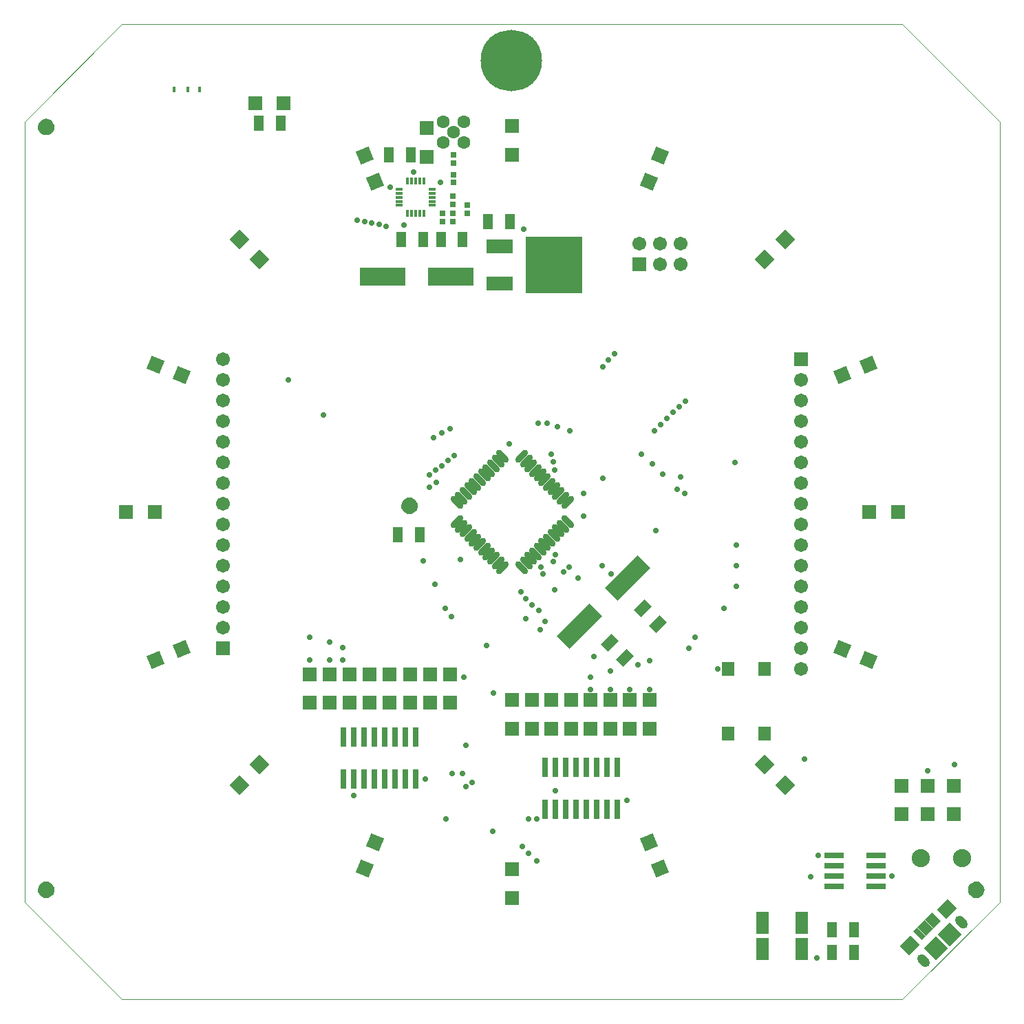
<source format=gts>
%FSAX24Y24*%
%MOIN*%
G70*
G01*
G75*
G04 Layer_Color=8388736*
G04:AMPARAMS|DCode=10|XSize=40mil|YSize=40mil|CornerRadius=20mil|HoleSize=0mil|Usage=FLASHONLY|Rotation=0.000|XOffset=0mil|YOffset=0mil|HoleType=Round|Shape=RoundedRectangle|*
%AMROUNDEDRECTD10*
21,1,0.0400,0.0000,0,0,0.0*
21,1,0.0000,0.0400,0,0,0.0*
1,1,0.0400,0.0000,0.0000*
1,1,0.0400,0.0000,0.0000*
1,1,0.0400,0.0000,0.0000*
1,1,0.0400,0.0000,0.0000*
%
%ADD10ROUNDEDRECTD10*%
%ADD11R,0.0591X0.0591*%
%ADD12R,0.0079X0.0197*%
%ADD13R,0.2165X0.0787*%
G04:AMPARAMS|DCode=14|XSize=216.5mil|YSize=78.7mil|CornerRadius=0mil|HoleSize=0mil|Usage=FLASHONLY|Rotation=225.000|XOffset=0mil|YOffset=0mil|HoleType=Round|Shape=Rectangle|*
%AMROTATEDRECTD14*
4,1,4,0.0487,0.1044,0.1044,0.0487,-0.0487,-0.1044,-0.1044,-0.0487,0.0487,0.1044,0.0*
%
%ADD14ROTATEDRECTD14*%

%ADD15R,0.2638X0.2638*%
%ADD16R,0.1181X0.0630*%
%ADD17R,0.0866X0.0236*%
%ADD18R,0.0236X0.0866*%
%ADD19R,0.0098X0.0276*%
%ADD20R,0.0276X0.0098*%
%ADD21R,0.0512X0.0610*%
%ADD22R,0.0591X0.0591*%
%ADD23R,0.0591X0.0591*%
%ADD24P,0.0835X4X67.5*%
%ADD25R,0.0512X0.0984*%
G04:AMPARAMS|DCode=26|XSize=21.7mil|YSize=68.9mil|CornerRadius=0mil|HoleSize=0mil|Usage=FLASHONLY|Rotation=45.000|XOffset=0mil|YOffset=0mil|HoleType=Round|Shape=Round|*
%AMOVALD26*
21,1,0.0472,0.0217,0.0000,0.0000,135.0*
1,1,0.0217,0.0167,-0.0167*
1,1,0.0217,-0.0167,0.0167*
%
%ADD26OVALD26*%

G04:AMPARAMS|DCode=27|XSize=21.7mil|YSize=68.9mil|CornerRadius=0mil|HoleSize=0mil|Usage=FLASHONLY|Rotation=135.000|XOffset=0mil|YOffset=0mil|HoleType=Round|Shape=Round|*
%AMOVALD27*
21,1,0.0472,0.0217,0.0000,0.0000,225.0*
1,1,0.0217,0.0167,0.0167*
1,1,0.0217,-0.0167,-0.0167*
%
%ADD27OVALD27*%

%ADD28R,0.0197X0.0236*%
G04:AMPARAMS|DCode=29|XSize=66.9mil|YSize=43.3mil|CornerRadius=0mil|HoleSize=0mil|Usage=FLASHONLY|Rotation=45.000|XOffset=0mil|YOffset=0mil|HoleType=Round|Shape=Rectangle|*
%AMROTATEDRECTD29*
4,1,4,-0.0084,-0.0390,-0.0390,-0.0084,0.0084,0.0390,0.0390,0.0084,-0.0084,-0.0390,0.0*
%
%ADD29ROTATEDRECTD29*%

%ADD30R,0.0433X0.0669*%
%ADD31P,0.0835X4X337.5*%
G04:AMPARAMS|DCode=32|XSize=15.7mil|YSize=53.2mil|CornerRadius=0mil|HoleSize=0mil|Usage=FLASHONLY|Rotation=45.000|XOffset=0mil|YOffset=0mil|HoleType=Round|Shape=Rectangle|*
%AMROTATEDRECTD32*
4,1,4,0.0132,-0.0244,-0.0244,0.0132,-0.0132,0.0244,0.0244,-0.0132,0.0132,-0.0244,0.0*
%
%ADD32ROTATEDRECTD32*%

G04:AMPARAMS|DCode=33|XSize=63mil|YSize=55.1mil|CornerRadius=0mil|HoleSize=0mil|Usage=FLASHONLY|Rotation=45.000|XOffset=0mil|YOffset=0mil|HoleType=Round|Shape=Rectangle|*
%AMROTATEDRECTD33*
4,1,4,-0.0028,-0.0418,-0.0418,-0.0028,0.0028,0.0418,0.0418,0.0028,-0.0028,-0.0418,0.0*
%
%ADD33ROTATEDRECTD33*%

%ADD34P,0.1058X4X90.0*%
%ADD35P,0.0835X4X180.0*%
%ADD36P,0.0835X4X247.5*%
%ADD37P,0.0835X4X270.0*%
%ADD38P,0.0835X4X292.5*%
%ADD39P,0.0835X4X382.5*%
%ADD40P,0.0835X4X112.5*%
%ADD41R,0.0591X0.0591*%
%ADD42P,0.0835X4X157.5*%
%ADD43P,0.0835X4X202.5*%
%ADD44C,0.0512*%
%ADD45C,0.0100*%
%ADD46C,0.0140*%
%ADD47C,0.0200*%
%ADD48C,0.0039*%
%ADD49C,0.0005*%
%ADD50C,0.0800*%
%ADD51C,0.0551*%
%ADD52C,0.0591*%
G04:AMPARAMS|DCode=53|XSize=35.4mil|YSize=63mil|CornerRadius=0mil|HoleSize=0mil|Usage=FLASHONLY|Rotation=45.000|XOffset=0mil|YOffset=0mil|HoleType=Round|Shape=Round|*
%AMOVALD53*
21,1,0.0276,0.0354,0.0000,0.0000,135.0*
1,1,0.0354,0.0097,-0.0097*
1,1,0.0354,-0.0097,0.0097*
%
%ADD53OVALD53*%

%ADD54C,0.2894*%
%ADD55C,0.0200*%
%ADD56C,0.0079*%
%ADD57C,0.0236*%
%ADD58C,0.0098*%
%ADD59C,0.0000*%
%ADD60C,0.0040*%
%ADD61C,0.0080*%
G04:AMPARAMS|DCode=62|XSize=48mil|YSize=48mil|CornerRadius=24mil|HoleSize=0mil|Usage=FLASHONLY|Rotation=0.000|XOffset=0mil|YOffset=0mil|HoleType=Round|Shape=RoundedRectangle|*
%AMROUNDEDRECTD62*
21,1,0.0480,0.0000,0,0,0.0*
21,1,0.0000,0.0480,0,0,0.0*
1,1,0.0480,0.0000,0.0000*
1,1,0.0480,0.0000,0.0000*
1,1,0.0480,0.0000,0.0000*
1,1,0.0480,0.0000,0.0000*
%
%ADD62ROUNDEDRECTD62*%
%ADD63R,0.0671X0.0671*%
%ADD64R,0.0159X0.0277*%
%ADD65R,0.2245X0.0867*%
G04:AMPARAMS|DCode=66|XSize=224.5mil|YSize=86.7mil|CornerRadius=0mil|HoleSize=0mil|Usage=FLASHONLY|Rotation=225.000|XOffset=0mil|YOffset=0mil|HoleType=Round|Shape=Rectangle|*
%AMROTATEDRECTD66*
4,1,4,0.0487,0.1101,0.1101,0.0487,-0.0487,-0.1101,-0.1101,-0.0487,0.0487,0.1101,0.0*
%
%ADD66ROTATEDRECTD66*%

%ADD67R,0.2718X0.2718*%
%ADD68R,0.1261X0.0710*%
%ADD69R,0.0946X0.0316*%
%ADD70R,0.0316X0.0946*%
%ADD71R,0.0178X0.0356*%
%ADD72R,0.0356X0.0178*%
%ADD73R,0.0592X0.0690*%
%ADD74R,0.0671X0.0671*%
%ADD75R,0.0671X0.0671*%
%ADD76P,0.0948X4X67.5*%
%ADD77R,0.0592X0.1064*%
G04:AMPARAMS|DCode=78|XSize=29.7mil|YSize=76.9mil|CornerRadius=0mil|HoleSize=0mil|Usage=FLASHONLY|Rotation=45.000|XOffset=0mil|YOffset=0mil|HoleType=Round|Shape=Round|*
%AMOVALD78*
21,1,0.0472,0.0297,0.0000,0.0000,135.0*
1,1,0.0297,0.0167,-0.0167*
1,1,0.0297,-0.0167,0.0167*
%
%ADD78OVALD78*%

G04:AMPARAMS|DCode=79|XSize=29.7mil|YSize=76.9mil|CornerRadius=0mil|HoleSize=0mil|Usage=FLASHONLY|Rotation=135.000|XOffset=0mil|YOffset=0mil|HoleType=Round|Shape=Round|*
%AMOVALD79*
21,1,0.0472,0.0297,0.0000,0.0000,225.0*
1,1,0.0297,0.0167,0.0167*
1,1,0.0297,-0.0167,-0.0167*
%
%ADD79OVALD79*%

%ADD80R,0.0277X0.0316*%
G04:AMPARAMS|DCode=81|XSize=74.9mil|YSize=51.3mil|CornerRadius=0mil|HoleSize=0mil|Usage=FLASHONLY|Rotation=45.000|XOffset=0mil|YOffset=0mil|HoleType=Round|Shape=Rectangle|*
%AMROTATEDRECTD81*
4,1,4,-0.0084,-0.0446,-0.0446,-0.0084,0.0084,0.0446,0.0446,0.0084,-0.0084,-0.0446,0.0*
%
%ADD81ROTATEDRECTD81*%

%ADD82R,0.0513X0.0749*%
%ADD83P,0.0948X4X337.5*%
G04:AMPARAMS|DCode=84|XSize=23.7mil|YSize=61.2mil|CornerRadius=0mil|HoleSize=0mil|Usage=FLASHONLY|Rotation=45.000|XOffset=0mil|YOffset=0mil|HoleType=Round|Shape=Rectangle|*
%AMROTATEDRECTD84*
4,1,4,0.0132,-0.0300,-0.0300,0.0132,-0.0132,0.0300,0.0300,-0.0132,0.0132,-0.0300,0.0*
%
%ADD84ROTATEDRECTD84*%

G04:AMPARAMS|DCode=85|XSize=71mil|YSize=63.1mil|CornerRadius=0mil|HoleSize=0mil|Usage=FLASHONLY|Rotation=45.000|XOffset=0mil|YOffset=0mil|HoleType=Round|Shape=Rectangle|*
%AMROTATEDRECTD85*
4,1,4,-0.0028,-0.0474,-0.0474,-0.0028,0.0028,0.0474,0.0474,0.0028,-0.0028,-0.0474,0.0*
%
%ADD85ROTATEDRECTD85*%

%ADD86P,0.1171X4X90.0*%
%ADD87P,0.0948X4X180.0*%
%ADD88P,0.0948X4X247.5*%
%ADD89P,0.0948X4X270.0*%
%ADD90P,0.0948X4X292.5*%
%ADD91P,0.0948X4X382.5*%
%ADD92P,0.0948X4X112.5*%
%ADD93R,0.0671X0.0671*%
%ADD94P,0.0948X4X157.5*%
%ADD95P,0.0948X4X202.5*%
%ADD96C,0.0880*%
%ADD97C,0.0631*%
%ADD98C,0.0671*%
G04:AMPARAMS|DCode=99|XSize=43.4mil|YSize=71mil|CornerRadius=0mil|HoleSize=0mil|Usage=FLASHONLY|Rotation=45.000|XOffset=0mil|YOffset=0mil|HoleType=Round|Shape=Round|*
%AMOVALD99*
21,1,0.0276,0.0434,0.0000,0.0000,135.0*
1,1,0.0434,0.0097,-0.0097*
1,1,0.0434,-0.0097,0.0097*
%
%ADD99OVALD99*%

%ADD100C,0.2974*%
%ADD101C,0.0280*%
G36*
X080954Y049980D02*
X081052Y049939D01*
X081135Y049875D01*
X081199Y049792D01*
X081240Y049694D01*
X081253Y049590D01*
X081253Y049590D01*
X081253Y049590D01*
X081240Y049489D01*
X081200Y049393D01*
X081136Y049310D01*
X081053Y049246D01*
X080957Y049207D01*
X080853Y049193D01*
X080850Y049193D01*
X080850Y049193D01*
X080850Y049193D01*
X080747Y049206D01*
X080651Y049246D01*
X080569Y049309D01*
X080506Y049391D01*
X080466Y049487D01*
X080453Y049590D01*
X080453Y049590D01*
X080453Y049590D01*
X080453Y049593D01*
X080466Y049697D01*
X080506Y049793D01*
X080570Y049876D01*
X080653Y049940D01*
X080750Y049980D01*
X080850Y049993D01*
X080850Y049993D01*
X080850Y049993D01*
X080954Y049980D01*
D02*
G37*
G36*
X035904D02*
X036002Y049939D01*
X036085Y049875D01*
X036149Y049792D01*
X036190Y049694D01*
X036203Y049590D01*
X036203Y049590D01*
X036203Y049590D01*
X036190Y049489D01*
X036150Y049393D01*
X036086Y049310D01*
X036003Y049246D01*
X035907Y049207D01*
X035803Y049193D01*
X035800Y049193D01*
X035800Y049193D01*
X035800Y049193D01*
X035697Y049206D01*
X035601Y049246D01*
X035519Y049309D01*
X035456Y049391D01*
X035416Y049487D01*
X035403Y049590D01*
X035403Y049590D01*
X035403Y049590D01*
X035403Y049593D01*
X035417Y049697D01*
X035456Y049793D01*
X035520Y049876D01*
X035603Y049940D01*
X035700Y049980D01*
X035800Y049993D01*
X035800Y049993D01*
X035800Y049993D01*
X035904Y049980D01*
D02*
G37*
G36*
Y086930D02*
X036002Y086889D01*
X036085Y086825D01*
X036149Y086742D01*
X036190Y086644D01*
X036203Y086540D01*
X036203Y086540D01*
X036203Y086540D01*
X036190Y086440D01*
X036150Y086343D01*
X036086Y086260D01*
X036003Y086196D01*
X035907Y086157D01*
X035803Y086143D01*
X035800Y086143D01*
X035800Y086143D01*
X035800Y086143D01*
X035697Y086156D01*
X035601Y086196D01*
X035519Y086259D01*
X035456Y086341D01*
X035416Y086437D01*
X035403Y086540D01*
X035403Y086540D01*
X035403Y086540D01*
X035403Y086543D01*
X035417Y086647D01*
X035456Y086743D01*
X035520Y086826D01*
X035603Y086890D01*
X035700Y086930D01*
X035800Y086943D01*
X035800Y086943D01*
X035800Y086943D01*
X035904Y086930D01*
D02*
G37*
G36*
X053504Y068580D02*
X053602Y068539D01*
X053685Y068475D01*
X053749Y068392D01*
X053790Y068294D01*
X053803Y068190D01*
X053803Y068190D01*
X053803Y068190D01*
X053790Y068089D01*
X053750Y067993D01*
X053686Y067910D01*
X053603Y067846D01*
X053507Y067807D01*
X053403Y067793D01*
X053400Y067793D01*
X053400Y067793D01*
X053400Y067793D01*
X053297Y067806D01*
X053201Y067846D01*
X053119Y067909D01*
X053056Y067991D01*
X053016Y068087D01*
X053003Y068190D01*
X053003Y068190D01*
X053003Y068190D01*
X053003Y068193D01*
X053017Y068297D01*
X053056Y068393D01*
X053120Y068476D01*
X053203Y068540D01*
X053299Y068580D01*
X053400Y068593D01*
X053400Y068593D01*
X053400Y068593D01*
X053504Y068580D01*
D02*
G37*
D49*
X039474Y091520D02*
X077270D01*
X034750Y049000D02*
Y086795D01*
X039474Y044276D02*
X077270D01*
X081994Y049000D02*
Y086795D01*
X034750Y049000D02*
X039474Y044276D01*
X034750Y086795D02*
X039474Y091520D01*
X077270D02*
X081994Y086795D01*
X077270Y044276D02*
X081994Y049000D01*
D62*
X053400Y068190D02*
D03*
X080850Y049590D02*
D03*
X035800D02*
D03*
Y086540D02*
D03*
D63*
X065020Y057401D02*
D03*
X065020Y058779D02*
D03*
X058370Y057401D02*
D03*
X058370Y058779D02*
D03*
X059320Y057401D02*
D03*
X059320Y058779D02*
D03*
X060270Y057401D02*
D03*
Y058779D02*
D03*
X061220Y057401D02*
D03*
X061220Y058779D02*
D03*
X062170Y057401D02*
D03*
Y058779D02*
D03*
X063120Y057401D02*
D03*
X063120Y058779D02*
D03*
X064070Y057401D02*
D03*
X064070Y058779D02*
D03*
X048560Y058661D02*
D03*
X048560Y060039D02*
D03*
X049531Y058661D02*
D03*
X049531Y060039D02*
D03*
X050503Y058661D02*
D03*
X050503Y060039D02*
D03*
X051474Y058661D02*
D03*
X051474Y060039D02*
D03*
X052446Y058661D02*
D03*
X052446Y060039D02*
D03*
X079780Y054629D02*
D03*
X079780Y053251D02*
D03*
X053417Y058661D02*
D03*
X053417Y060039D02*
D03*
X078500Y054629D02*
D03*
X078500Y053251D02*
D03*
X054389Y058661D02*
D03*
X054389Y060039D02*
D03*
X077220Y054629D02*
D03*
X077220Y053251D02*
D03*
X055360Y058661D02*
D03*
X055360Y060039D02*
D03*
X054220Y086479D02*
D03*
X054220Y085101D02*
D03*
X058370Y086579D02*
D03*
X058370Y085201D02*
D03*
X072370Y075290D02*
D03*
X044370Y061290D02*
D03*
D64*
X041983Y088362D02*
D03*
X042672Y088362D02*
D03*
X043241Y088362D02*
D03*
D65*
X055392Y079299D02*
D03*
X052095Y079299D02*
D03*
D66*
X061638Y062358D02*
D03*
X063970Y064690D02*
D03*
D67*
X060389Y079858D02*
D03*
D68*
X057771Y080764D02*
D03*
Y078953D02*
D03*
D69*
X073950Y049760D02*
D03*
Y050260D02*
D03*
Y050760D02*
D03*
Y051260D02*
D03*
X075997D02*
D03*
Y050760D02*
D03*
Y050260D02*
D03*
Y049760D02*
D03*
D70*
X063470Y055523D02*
D03*
X062970Y055523D02*
D03*
X062470Y055523D02*
D03*
X061970D02*
D03*
X061470Y055523D02*
D03*
X060970Y055523D02*
D03*
X060470Y055523D02*
D03*
X059970D02*
D03*
X063470Y053476D02*
D03*
X062970Y053476D02*
D03*
X062470Y053476D02*
D03*
X061970Y053476D02*
D03*
X061470D02*
D03*
X060970Y053476D02*
D03*
X060470Y053476D02*
D03*
X059970Y053476D02*
D03*
X053710Y057000D02*
D03*
X053210Y057000D02*
D03*
X052710D02*
D03*
X052210Y057000D02*
D03*
X051710D02*
D03*
X051210Y057000D02*
D03*
X050710D02*
D03*
X050210Y057000D02*
D03*
X053710Y054953D02*
D03*
X053210D02*
D03*
X052710Y054953D02*
D03*
X052210D02*
D03*
X051710Y054953D02*
D03*
X051210Y054953D02*
D03*
X050710D02*
D03*
X050210D02*
D03*
D71*
X053502Y082350D02*
D03*
X053699Y082350D02*
D03*
X053306Y082350D02*
D03*
X053896Y082350D02*
D03*
X054093Y082350D02*
D03*
X053306Y083925D02*
D03*
X053502Y083925D02*
D03*
X054093Y083925D02*
D03*
X053699Y083925D02*
D03*
X053896Y083925D02*
D03*
D72*
X052912Y083531D02*
D03*
X052912Y083334D02*
D03*
X052912Y082744D02*
D03*
X052912Y083137D02*
D03*
X052912Y082940D02*
D03*
X054487Y083531D02*
D03*
X054487Y083334D02*
D03*
X054487Y082744D02*
D03*
Y083137D02*
D03*
Y082940D02*
D03*
D73*
X068834Y057175D02*
D03*
X068834Y060305D02*
D03*
X070606D02*
D03*
Y057175D02*
D03*
D74*
X047309Y087690D02*
D03*
X045931D02*
D03*
X039681Y067890D02*
D03*
X041059D02*
D03*
X064520Y079890D02*
D03*
D75*
X077059Y067890D02*
D03*
X075681Y067890D02*
D03*
D76*
X041104Y060738D02*
D03*
X042377Y061265D02*
D03*
D77*
X072400Y046712D02*
D03*
Y047992D02*
D03*
X070500Y046712D02*
D03*
Y047992D02*
D03*
D78*
X055684Y068349D02*
D03*
X055906Y068572D02*
D03*
X056129Y068795D02*
D03*
X056352Y069017D02*
D03*
X056574Y069240D02*
D03*
X056797Y069463D02*
D03*
X057020Y069686D02*
D03*
X057243Y069908D02*
D03*
X057465Y070131D02*
D03*
X057688Y070354D02*
D03*
X057911Y070576D02*
D03*
X061056Y067431D02*
D03*
X060834Y067208D02*
D03*
X060611Y066985D02*
D03*
X060388Y066763D02*
D03*
X060166Y066540D02*
D03*
X059943Y066317D02*
D03*
X059720Y066094D02*
D03*
X059497Y065872D02*
D03*
X059275Y065649D02*
D03*
X059052Y065426D02*
D03*
X058829Y065204D02*
D03*
D79*
X058829Y070576D02*
D03*
X059052Y070354D02*
D03*
X059275Y070131D02*
D03*
X059497Y069908D02*
D03*
X059720Y069686D02*
D03*
X059943Y069463D02*
D03*
X060166Y069240D02*
D03*
X060388Y069017D02*
D03*
X060611Y068795D02*
D03*
X060834Y068572D02*
D03*
X061056Y068349D02*
D03*
X057911Y065204D02*
D03*
X057688Y065426D02*
D03*
X057465Y065649D02*
D03*
X057243Y065872D02*
D03*
X057020Y066094D02*
D03*
X056797Y066317D02*
D03*
X056574Y066540D02*
D03*
X056352Y066763D02*
D03*
X056129Y066985D02*
D03*
X055906Y067208D02*
D03*
X055684Y067431D02*
D03*
D80*
X056206Y082747D02*
D03*
X056206Y082353D02*
D03*
X055506Y083197D02*
D03*
Y082803D02*
D03*
X055520Y083843D02*
D03*
Y084237D02*
D03*
Y085187D02*
D03*
Y084793D02*
D03*
X055005Y081953D02*
D03*
X055005Y082347D02*
D03*
X055506Y081953D02*
D03*
X055506Y082347D02*
D03*
D81*
X064694Y063216D02*
D03*
X065446Y062464D02*
D03*
X063094Y061566D02*
D03*
X063846Y060814D02*
D03*
D82*
X055982Y081101D02*
D03*
X054919Y081101D02*
D03*
X054070Y081108D02*
D03*
X053007D02*
D03*
X047151Y086740D02*
D03*
X046089Y086740D02*
D03*
X053902Y066790D02*
D03*
X052839D02*
D03*
X057207Y081958D02*
D03*
X058270Y081958D02*
D03*
X053451Y085190D02*
D03*
X052389Y085190D02*
D03*
X073868Y047660D02*
D03*
X074932D02*
D03*
X073868Y046560D02*
D03*
X074932Y046560D02*
D03*
D83*
X051218Y085156D02*
D03*
X051745Y083883D02*
D03*
D84*
X078116Y047471D02*
D03*
X078297Y047652D02*
D03*
X078839Y048194D02*
D03*
X078658Y048013D02*
D03*
X078475Y047835D02*
D03*
D85*
X077647Y046881D02*
D03*
X079429Y048663D02*
D03*
D86*
X078886Y046756D02*
D03*
X079554Y047424D02*
D03*
D87*
X071585Y054675D02*
D03*
X070611Y055649D02*
D03*
X045155Y081105D02*
D03*
X046129Y080131D02*
D03*
D88*
X075636Y075042D02*
D03*
X074363Y074515D02*
D03*
D89*
X071585Y081105D02*
D03*
X070611Y080131D02*
D03*
X045155Y054675D02*
D03*
X046129Y055649D02*
D03*
D90*
X065522Y085156D02*
D03*
X064995Y083883D02*
D03*
D91*
X041104Y075042D02*
D03*
X042377Y074515D02*
D03*
D92*
X051218Y050624D02*
D03*
X051745Y051897D02*
D03*
D93*
X058370Y049201D02*
D03*
X058370Y050579D02*
D03*
D94*
X065522Y050624D02*
D03*
X064995Y051897D02*
D03*
D95*
X075636Y060738D02*
D03*
X074363Y061265D02*
D03*
D96*
X078170Y051140D02*
D03*
X080170D02*
D03*
D97*
X055020Y085790D02*
D03*
X055020Y086790D02*
D03*
X056020Y086790D02*
D03*
X056020Y085790D02*
D03*
X055520Y086290D02*
D03*
D98*
X072370Y060290D02*
D03*
X072370Y061290D02*
D03*
Y062290D02*
D03*
Y063290D02*
D03*
X072370Y064290D02*
D03*
Y065290D02*
D03*
X072370Y066290D02*
D03*
Y067290D02*
D03*
Y068290D02*
D03*
Y069290D02*
D03*
Y070290D02*
D03*
Y071290D02*
D03*
X072370Y072290D02*
D03*
X072370Y073290D02*
D03*
Y074290D02*
D03*
X044370Y069290D02*
D03*
X044370Y070290D02*
D03*
X044370Y071290D02*
D03*
X044370Y072290D02*
D03*
X044370Y073290D02*
D03*
Y074290D02*
D03*
Y075290D02*
D03*
Y068290D02*
D03*
Y064290D02*
D03*
Y063290D02*
D03*
Y062290D02*
D03*
X044370Y065290D02*
D03*
Y066290D02*
D03*
X044370Y067290D02*
D03*
X066520Y080890D02*
D03*
X065520Y080890D02*
D03*
X064520D02*
D03*
X066520Y079890D02*
D03*
X065520Y079890D02*
D03*
D99*
X080139Y048009D02*
D03*
X078301Y046171D02*
D03*
D100*
X058333Y089748D02*
D03*
D101*
X059670Y063140D02*
D03*
X059020Y062740D02*
D03*
X059970Y062590D02*
D03*
X069170Y070290D02*
D03*
X047520Y074290D02*
D03*
X059770Y065240D02*
D03*
X059870Y064890D02*
D03*
X060420Y064140D02*
D03*
X059720Y062190D02*
D03*
X060465Y065830D02*
D03*
X061120Y065240D02*
D03*
X063170Y064890D02*
D03*
X060370Y065490D02*
D03*
X060870Y064990D02*
D03*
X061570Y064690D02*
D03*
X059320Y063390D02*
D03*
X063934Y053940D02*
D03*
X054157Y054953D02*
D03*
X050710Y054150D02*
D03*
X076750Y050260D02*
D03*
X073200Y051260D02*
D03*
X061820Y068790D02*
D03*
Y067690D02*
D03*
X060279Y070690D02*
D03*
X060420Y069940D02*
D03*
X060370Y070335D02*
D03*
X058220Y071186D02*
D03*
X054070Y065540D02*
D03*
X055870Y065590D02*
D03*
X054620Y064390D02*
D03*
X054360Y069080D02*
D03*
X054700Y069320D02*
D03*
X054370Y069690D02*
D03*
X054670Y069940D02*
D03*
X054970Y070140D02*
D03*
X055270Y070390D02*
D03*
X055570Y070640D02*
D03*
X055370Y071940D02*
D03*
X054970Y071740D02*
D03*
X054570Y071490D02*
D03*
X049220Y072590D02*
D03*
X059620Y072190D02*
D03*
X060070Y072190D02*
D03*
X060570Y072040D02*
D03*
X055120Y063240D02*
D03*
X055420Y062840D02*
D03*
X058790Y064010D02*
D03*
X059020Y063690D02*
D03*
X064620Y070690D02*
D03*
X065170Y070240D02*
D03*
X065670Y069740D02*
D03*
X066520Y069590D02*
D03*
X054889Y083858D02*
D03*
X053589Y084358D02*
D03*
X053139Y081808D02*
D03*
X058939Y081608D02*
D03*
X060470Y054390D02*
D03*
X055970Y055240D02*
D03*
X055470D02*
D03*
X056420Y054790D02*
D03*
X056120Y054590D02*
D03*
Y056590D02*
D03*
X057420Y052440D02*
D03*
X056020Y059890D02*
D03*
X055170Y053040D02*
D03*
X050170Y060740D02*
D03*
Y061340D02*
D03*
X049520Y060740D02*
D03*
Y061590D02*
D03*
X048570Y060740D02*
D03*
Y061840D02*
D03*
X059570Y053030D02*
D03*
X059170Y053040D02*
D03*
Y051350D02*
D03*
X059570Y050990D02*
D03*
X057460Y059138D02*
D03*
X058870Y051690D02*
D03*
X062170Y059290D02*
D03*
Y059890D02*
D03*
X063120Y059290D02*
D03*
Y060190D02*
D03*
X064070Y059300D02*
D03*
X064470Y060490D02*
D03*
X065020Y059290D02*
D03*
Y060690D02*
D03*
X073120Y046292D02*
D03*
X072820Y050240D02*
D03*
X068320Y060290D02*
D03*
X062320Y060890D02*
D03*
X078500Y055370D02*
D03*
X079790Y055660D02*
D03*
X057120Y061440D02*
D03*
X072520Y055940D02*
D03*
X066920Y061290D02*
D03*
X065320Y066990D02*
D03*
X062770Y069540D02*
D03*
X061170Y071840D02*
D03*
X052270Y081740D02*
D03*
X051920Y081839D02*
D03*
X051570Y081900D02*
D03*
X051220Y081960D02*
D03*
X050870Y082040D02*
D03*
X052470Y083640D02*
D03*
X066720Y068790D02*
D03*
X066470Y072990D02*
D03*
X066170Y072740D02*
D03*
X069220Y066290D02*
D03*
X063345Y075565D02*
D03*
X065870Y072440D02*
D03*
X069220Y065290D02*
D03*
X063045Y075265D02*
D03*
X065570Y072140D02*
D03*
X069220Y064290D02*
D03*
X062770Y074940D02*
D03*
X065270Y071840D02*
D03*
X062720Y065290D02*
D03*
X066370Y068990D02*
D03*
X068620Y063240D02*
D03*
X066750Y073260D02*
D03*
X067220Y061840D02*
D03*
M02*

</source>
